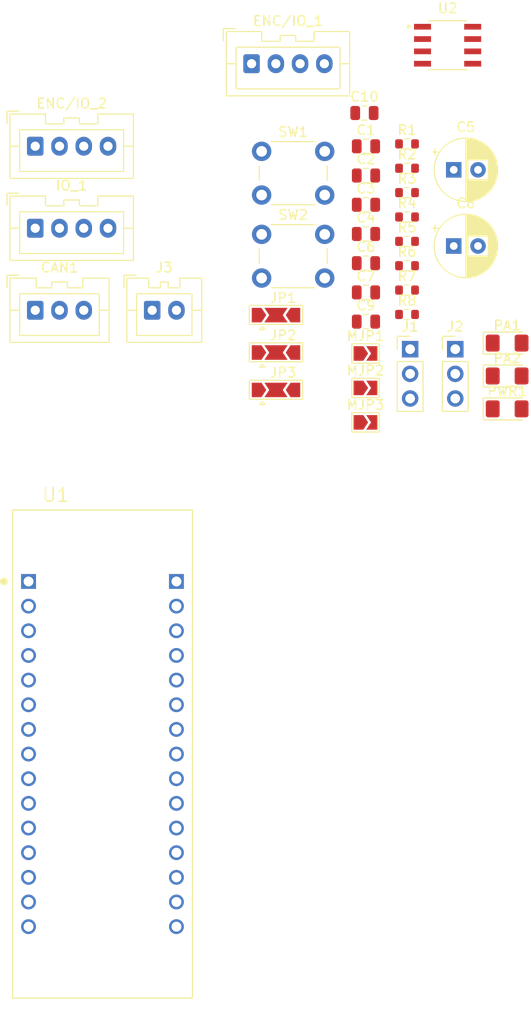
<source format=kicad_pcb>
(kicad_pcb (version 20221018) (generator pcbnew)
  (layers (0 "F.Cu" signal) (31 "B.Cu" signal) (34 "B.Paste" user) (35 "F.Paste" user) (36 "B.SilkS" user "B.Silkscreen") (37 "F.SilkS" user "F.Silkscreen") (38 "B.Mask" user) (39 "F.Mask" user) (44 "Edge.Cuts" user))
  (net 0 "")
  (net 1 "+3V3")
  (net 2 "GND")
  (net 3 "+5V")
  (net 4 "Net-(TB67H303HG1-VREG)")
  (net 5 "PWR")
  (net 6 "Net-(TB67H303HG2-VREG)")
  (net 7 "Net-(J1-Pin_3)")
  (net 8 "Net-(ENC/IO_1-Pin_2)")
  (net 9 "Net-(ENC/IO_2-Pin_2)")
  (net 10 "Net-(IO_1-Pin_2)")
  (net 11 "Net-(TB67H303HG1-STBY)")
  (net 12 "Net-(TB67H303HG2-STBY)")
  (net 13 "Net-(PA1-K)")
  (net 14 "Net-(ENC/IO_2-Pin_4)")
  (net 15 "Net-(PA2-K)")
  (net 16 "Net-(ENC/IO_2-Pin_3)")
  (net 17 "Net-(PWR1-K)")
  (net 18 "Net-(TB67H303HG1-OSC)")
  (net 19 "Net-(TB67H303HG2-OSC)")
  (net 22 "Net-(ENC/IO_1-Pin_3)")
  (net 23 "Net-(ENC/IO_1-Pin_4)")
  (net 24 "Net-(IO_1-Pin_3)")
  (net 25 "Net-(U1A-PF1)")
  (net 26 "Net-(U1A-NRST_1)")
  (net 27 "Net-(TB67H303HG2-PWM)")
  (net 31 "Net-(TB67H303HG2-IN2)")
  (net 32 "Net-(TB67H303HG2-IN1)")
  (net 33 "Net-(TB67H303HG1-IN2)")
  (net 34 "Net-(U1B-PA4)")
  (net 35 "Net-(SW3-B)")
  (net 36 "Net-(U1B-PA3)")
  (net 37 "Net-(TB67H303HG1-PWM)")
  (net 39 "Net-(U1A-PB5)")
  (net 40 "Net-(U1A-PB4)")
  (net 41 "Net-(U1B-PB3)")
  (net 44 "Net-(U2-CANL)")
  (net 45 "Net-(U2-CANH)")
  (net 46 "Net-(U1A-PA12)")
  (net 47 "Net-(U1A-PA11)")
  (footprint "LED_SMD:LED_1206_3216Metric_Pad1.42x1.75mm_HandSolder" (layer "F.Cu") (at 178.8525 51.64)
    (fp_text reference "PA1" (at 0 -1.82) (layer "F.SilkS"))
    (fp_text value "LED")
    (pad "1" smd roundrect (at -1.4875 0) (size 1.425 1.75) (layers "F.Cu" "F.Paste" "F.Mask") (roundrect_rratio 0.175439) (net 13 "Net-(PA1-K)"))
    (pad "2" smd roundrect (at 1.4875 0) (size 1.425 1.75) (layers "F.Cu" "F.Paste" "F.Mask") (roundrect_rratio 0.175439) (net 14 "Net-(ENC/IO_2-Pin_4)"))
  )
  (footprint "Resistor_SMD:R_0603_1608Metric" (layer "F.Cu") (at 168.5375 38.65)
    (fp_text reference "R4" (at 0 -1.43) (layer "F.SilkS"))
    (fp_text value "3.3k")
    (pad "1" smd roundrect (at -0.825 0) (size 0.8 0.95) (layers "F.Cu" "F.Paste" "F.Mask") (net 2 "GND"))
    (pad "2" smd roundrect (at 0.825 0) (size 0.8 0.95) (layers "F.Cu" "F.Paste" "F.Mask") (net 17 "Net-(PWR1-K)"))
  )
  (footprint "Resistor_SMD:R_0603_1608Metric" (layer "F.Cu") (at 168.5375 46.18)
    (fp_text reference "R7" (at 0 -1.43) (layer "F.SilkS"))
    (fp_text value "10kΩ")
    (pad "1" smd roundrect (at -0.825 0) (size 0.8 0.95) (layers "F.Cu" "F.Paste" "F.Mask") (net 2 "GND"))
    (pad "2" smd roundrect (at 0.825 0) (size 0.8 0.95) (layers "F.Cu" "F.Paste" "F.Mask") (net 12 "Net-(TB67H303HG2-STBY)"))
  )
  (footprint "Connector_JST:JST_XA_B04B-XASK-1_1x04_P2.50mm_Vertical" (layer "F.Cu") (at 130.23 31.36)
    (fp_text reference "ENC/IO_2" (at 3.75 -4.4) (layer "F.SilkS"))
    (fp_text value "Conn_01x04")
    (pad "1" thru_hole roundrect (at 0 0) (size 1.7 1.95) (drill 0.95) (layers "*.Cu" "*.Mask") (roundrect_rratio 0.147059) (net 2 "GND"))
    (pad "2" thru_hole oval (at 2.5 0) (size 1.7 1.95) (drill 0.95) (layers "*.Cu" "*.Mask") (net 9 "Net-(ENC/IO_2-Pin_2)"))
    (pad "3" thru_hole oval (at 5 0) (size 1.7 1.95) (drill 0.95) (layers "*.Cu" "*.Mask") (net 16 "Net-(ENC/IO_2-Pin_3)"))
    (pad "4" thru_hole oval (at 7.5 0) (size 1.7 1.95) (drill 0.95) (layers "*.Cu" "*.Mask") (net 14 "Net-(ENC/IO_2-Pin_4)"))
  )
  (footprint "Jumper:SolderJumper-2_P1.3mm_Open_TrianglePad1.0x1.5mm" (layer "F.Cu") (at 164.2575 52.71)
    (fp_text reference "MJP1" (at 0 -1.8) (layer "F.SilkS"))
    (fp_text value "Jumper")
    (pad "1" smd custom (at -0.725 0) (size 0.3 0.3) (layers "F.Cu" "F.Mask") (net 11 "Net-(TB67H303HG1-STBY)") (options (clearance outline) (anchor rect)) (primitives (gr_poly (pts (xy 1 0) (xy 0.5 0.75) (xy -0.5 0.75) (xy -0.5 -0.75) (xy 0.5 -0.75)) (width 0) (fill yes))))
    (pad "2" smd custom (at 0.725 0) (size 0.3 0.3) (layers "F.Cu" "F.Mask") (net 1 "+3V3") (options (clearance outline) (anchor rect)) (primitives (gr_poly (pts (xy 0.5 0.75) (xy -0.65 0.75) (xy -0.15 0) (xy -0.65 -0.75) (xy 0.5 -0.75)) (width 0) (fill yes))))
  )
  (footprint "LED_SMD:LED_1206_3216Metric_Pad1.42x1.75mm_HandSolder" (layer "F.Cu") (at 178.8525 58.42)
    (fp_text reference "PWR1" (at 0 -1.82) (layer "F.SilkS"))
    (fp_text value "PWR")
    (pad "1" smd roundrect (at -1.4875 0) (size 1.425 1.75) (layers "F.Cu" "F.Paste" "F.Mask") (roundrect_rratio 0.175439) (net 17 "Net-(PWR1-K)"))
    (pad "2" smd roundrect (at 1.4875 0) (size 1.425 1.75) (layers "F.Cu" "F.Paste" "F.Mask") (roundrect_rratio 0.175439) (net 1 "+3V3"))
  )
  (footprint "Capacitor_THT:CP_Radial_D6.3mm_P2.50mm" (layer "F.Cu") (at 173.352741 33.79)
    (fp_text reference "C5" (at 1.25 -4.4) (layer "F.SilkS"))
    (fp_text value "47μF")
    (pad "1" thru_hole rect (at 0 0) (size 1.6 1.6) (drill 0.8) (layers "*.Cu" "*.Mask") (net 5 "PWR"))
    (pad "2" thru_hole circle (at 2.5 0) (size 1.6 1.6) (drill 0.8) (layers "*.Cu" "*.Mask") (net 2 "GND"))
  )
  (footprint "Connector_JST:JST_XA_B04B-XASK-1_1x04_P2.50mm_Vertical" (layer "F.Cu") (at 152.52 22.86)
    (fp_text reference "ENC/IO_1" (at 3.75 -4.4) (layer "F.SilkS"))
    (fp_text value "Conn_01x04")
    (pad "1" thru_hole roundrect (at 0 0) (size 1.7 1.95) (drill 0.95) (layers "*.Cu" "*.Mask") (roundrect_rratio 0.147059) (net 2 "GND"))
    (pad "2" thru_hole oval (at 2.5 0) (size 1.7 1.95) (drill 0.95) (layers "*.Cu" "*.Mask") (net 8 "Net-(ENC/IO_1-Pin_2)"))
    (pad "3" thru_hole oval (at 5 0) (size 1.7 1.95) (drill 0.95) (layers "*.Cu" "*.Mask") (net 22 "Net-(ENC/IO_1-Pin_3)"))
    (pad "4" thru_hole oval (at 7.5 0) (size 1.7 1.95) (drill 0.95) (layers "*.Cu" "*.Mask") (net 23 "Net-(ENC/IO_1-Pin_4)"))
  )
  (footprint "Jumper:SolderJumper-2_P1.3mm_Open_TrianglePad1.0x1.5mm" (layer "F.Cu") (at 164.2575 59.81)
    (fp_text reference "MJP3" (at 0 -1.8) (layer "F.SilkS"))
    (fp_text value "Jumper")
    (pad "1" smd custom (at -0.725 0) (size 0.3 0.3) (layers "F.Cu" "F.Mask") (net 3 "+5V") (options (clearance outline) (anchor rect)) (primitives (gr_poly (pts (xy 1 0) (xy 0.5 0.75) (xy -0.5 0.75) (xy -0.5 -0.75) (xy 0.5 -0.75)) (width 0) (fill yes))))
    (pad "2" smd custom (at 0.725 0) (size 0.3 0.3) (layers "F.Cu" "F.Mask") (options (clearance outline) (anchor rect)) (primitives (gr_poly (pts (xy 0.5 0.75) (xy -0.65 0.75) (xy -0.15 0) (xy -0.65 -0.75) (xy 0.5 -0.75)) (width 0) (fill yes))))
  )
  (footprint "Jumper:SolderJumper-3_P2.0mm_Open_TrianglePad1.0x1.5mm" (layer "F.Cu") (at 155.0375 52.615)
    (fp_text reference "JP2" (at 0.725 -1.775) (layer "F.SilkS"))
    (fp_text value "Jumper_NC_Dual")
    (pad "1" smd custom (at -2 0) (size 0.3 0.3) (layers "F.Cu" "F.Mask") (net 1 "+3V3") (options (clearance outline) (anchor rect)) (primitives (gr_poly (pts (xy 1 0) (xy 0.5 0.75) (xy -0.5 0.75) (xy -0.5 -0.75) (xy 0.5 -0.75)) (width 0) (fill yes))))
    (pad "2" smd custom (at 0 0) (size 0.3 0.3) (layers "F.Cu") (net 9 "Net-(ENC/IO_2-Pin_2)") (options (clearance outline) (anchor rect)) (primitives (gr_poly (pts (xy 0.7 0) (xy 1.2 0.75) (xy -1.2 0.75) (xy -0.7 0) (xy -1.2 -0.75) (xy 1.2 -0.75)) (width 0) (fill yes))))
    (pad "3" smd custom (at 2 0 180) (size 0.3 0.3) (layers "F.Cu" "F.Mask") (net 3 "+5V") (options (clearance outline) (anchor rect)) (primitives (gr_poly (pts (xy 1 0) (xy 0.5 0.75) (xy -0.5 0.75) (xy -0.5 -0.75) (xy 0.5 -0.75)) (width 0) (fill yes))))
  )
  (footprint "Jumper:SolderJumper-2_P1.3mm_Open_TrianglePad1.0x1.5mm" (layer "F.Cu") (at 164.2575 56.26)
    (fp_text reference "MJP2" (at 0 -1.8) (layer "F.SilkS"))
    (fp_text value "Jumper")
    (pad "1" smd custom (at -0.725 0) (size 0.3 0.3) (layers "F.Cu" "F.Mask") (net 12 "Net-(TB67H303HG2-STBY)") (options (clearance outline) (anchor rect)) (primitives (gr_poly (pts (xy 1 0) (xy 0.5 0.75) (xy -0.5 0.75) (xy -0.5 -0.75) (xy 0.5 -0.75)) (width 0) (fill yes))))
    (pad "2" smd custom (at 0.725 0) (size 0.3 0.3) (layers "F.Cu" "F.Mask") (net 1 "+3V3") (options (clearance outline) (anchor rect)) (primitives (gr_poly (pts (xy 0.5 0.75) (xy -0.65 0.75) (xy -0.15 0) (xy -0.65 -0.75) (xy 0.5 -0.75)) (width 0) (fill yes))))
  )
  (footprint "NUCLEO-F303K8:MODULE_NUCLEO-F303K8" (layer "F.Cu") (at 137.16 93.98)
    (fp_text reference "U1" (at -4.81314 -26.68421) (layer "F.SilkS") (effects (font (size 1.402378 1.402378))))
    (fp_text value "NUCLEO-F303K8")
    (pad "3_1" thru_hole rect (at -7.62 -17.78) (size 1.53 1.53) (drill 1.02) (layers "*.Cu" "*.Mask") (net 27 "Net-(TB67H303HG2-PWM)"))
    (pad "3_2" thru_hole circle (at -7.62 -15.24) (size 1.53 1.53) (drill 1.02) (layers "*.Cu" "*.Mask"))
    (pad "3_3" thru_hole circle (at -7.62 -12.7) (size 1.53 1.53) (drill 1.02) (layers "*.Cu" "*.Mask") (net 26 "Net-(U1A-NRST_1)"))
    (pad "3_4" thru_hole circle (at -7.62 -10.16) (size 1.53 1.53) (drill 1.02) (layers "*.Cu" "*.Mask") (net 2 "GND"))
    (pad "3_5" thru_hole circle (at -7.62 -7.62) (size 1.53 1.53) (drill 1.02) (layers "*.Cu" "*.Mask") (net 46 "Net-(U1A-PA12)"))
    (pad "3_6" thru_hole circle (at -7.62 -5.08) (size 1.53 1.53) (drill 1.02) (layers "*.Cu" "*.Mask") (net 7 "Net-(J1-Pin_3)"))
    (pad "3_7" thru_hole circle (at -7.62 -2.54) (size 1.53 1.53) (drill 1.02) (layers "*.Cu" "*.Mask") (net 31 "Net-(TB67H303HG2-IN2)"))
    (pad "3_8" thru_hole circle (at -7.62 0) (size 1.53 1.53) (drill 1.02) (layers "*.Cu" "*.Mask") (net 32 "Net-(TB67H303HG2-IN1)"))
    (pad "3_9" thru_hole circle (at -7.62 2.54) (size 1.53 1.53) (drill 1.02) (layers "*.Cu" "*.Mask") (net 33 "Net-(TB67H303HG1-IN2)"))
    (pad "3_10" thru_hole circle (at -7.62 5.08) (size 1.53 1.53) (drill 1.02) (layers "*.Cu" "*.Mask") (net 35 "Net-(SW3-B)"))
    (pad "3_11" thru_hole circle (at -7.62 7.62) (size 1.53 1.53) (drill 1.02) (layers "*.Cu" "*.Mask") (net 25 "Net-(U1A-PF1)"))
    (pad "3_12" thru_hole circle (at -7.62 10.16) (size 1.53 1.53) (drill 1.02) (layers "*.Cu" "*.Mask") (net 37 "Net-(TB67H303HG1-PWM)"))
    (pad "3_13" thru_hole circle (at -7.62 12.7) (size 1.53 1.53) (drill 1.02) (layers "*.Cu" "*.Mask") (net 47 "Net-(U1A-PA11)"))
    (pad "3_14" thru_hole circle (at -7.62 15.24) (size 1.53 1.53) (drill 1.02) (layers "*.Cu" "*.Mask") (net 39 "Net-(U1A-PB5)"))
    (pad "3_15" thru_hole circle (at -7.62 17.78) (size 1.53 1.53) (drill 1.02) (layers "*.Cu" "*.Mask") (net 40 "Net-(U1A-PB4)"))
    (pad "4_1" thru_hole rect (at 7.62 -17.78) (size 1.53 1.53) (drill 1.02) (layers "*.Cu" "*.Mask") (net 3 "+5V"))
    (pad "4_2" thru_hole circle (at 7.62 -15.24) (size 1.53 1.53) (drill 1.02) (layers "*.Cu" "*.Mask") (net 2 "GND"))
    (pad "4_3" thru_hole circle (at 7.62 -12.7) (size 1.53 1.53) (drill 1.02) (layers "*.Cu" "*.Mask"))
    (pad "4_4" thru_hole circle (at 7.62 -10.16) (size 1.53 1.53) (drill 1.02) (layers "*.Cu" "*.Mask") (net 3 "+5V"))
    (pad "4_5" thru_hole circle (at 7.62 -7.62) (size 1.53 1.53) (drill 1.02) (layers "*.Cu" "*.Mask"))
    (pad "4_6" thru_hole circle (at 7.62 -5.08) (size 1.53 1.53) (drill 1.02) (layers "*.Cu" "*.Mask") (net 14 "Net-(ENC/IO_2-Pin_4)"))
    (pad "4_7" thru_hole circle (at 7.62 -2.54) (size 1.53 1.53) (drill 1.02) (layers "*.Cu" "*.Mask") (net 16 "Net-(ENC/IO_2-Pin_3)"))
    (pad "4_8" thru_hole circle (at 7.62 0) (size 1.53 1.53) (drill 1.02) (layers "*.Cu" "*.Mask") (net 24 "Net-(IO_1-Pin_3)"))
    (pad "4_9" thru_hole circle (at 7.62 2.54) (size 1.53 1.53) (drill 1.02) (layers "*.Cu" "*.Mask") (net 34 "Net-(U1B-PA4)"))
    (pad "4_10" thru_hole circle (at 7.62 5.08) (size 1.53 1.53) (drill 1.02) (layers "*.Cu" "*.Mask") (net 36 "Net-(U1B-PA3)"))
    (pad "4_11" thru_hole circle (at 7.62 7.62) (size 1.53 1.53) (drill 1.02) (layers "*.Cu" "*.Mask") (net 23 "Net-(ENC/IO_1-Pin_4)"))
    (pad "4_12" thru_hole circle (at 7.62 10.16) (size 1.53 1.53) (drill 1.02) (layers "*.Cu" "*.Mask") (net 22 "Net-(ENC/IO_1-Pin_3)"))
    (pad "4_13" thru_hole circle (at 7.62 12.7) (size 1.53 1.53) (drill 1.02) (layers "*.Cu" "*.Mask"))
    (pad "4_14" thru_hole circle (at 7.62 15.24) (size 1.53 1.53) (drill 1.02) (layers "*.Cu" "*.Mask") (net 1 "+3V3"))
    (pad "4_15" thru_hole circle (at 7.62 17.78) (size 1.53 1.53) (drill 1.02) (layers "*.Cu" "*.Mask") (net 41 "Net-(U1B-PB3)"))
  )
  (footprint "Capacitor_SMD:C_0805_2012Metric" (layer "F.Cu") (at 164.3075 43.41)
    (fp_text reference "C6" (at 0 -1.68) (layer "F.SilkS"))
    (fp_text value "0.1uF")
    (pad "1" smd roundrect (at -0.95 0) (size 1 1.45) (layers "F.Cu" "F.Paste" "F.Mask") (net 6 "Net-(TB67H303HG2-VREG)"))
    (pad "2" smd roundrect (at 0.95 0) (size 1 1.45) (layers "F.Cu" "F.Paste" "F.Mask") (net 2 "GND"))
  )
  (footprint "Resistor_SMD:R_0603_1608Metric" (layer "F.Cu") (at 168.5375 33.63)
    (fp_text reference "R2" (at 0 -1.43) (layer "F.SilkS"))
    (fp_text value "10kΩ")
    (pad "1" smd roundrect (at -0.825 0) (size 0.8 0.95) (layers "F.Cu" "F.Paste" "F.Mask") (net 2 "GND"))
    (pad "2" smd roundrect (at 0.825 0) (size 0.8 0.95) (layers "F.Cu" "F.Paste" "F.Mask") (net 11 "Net-(TB67H303HG1-STBY)"))
  )
  (footprint "Resistor_SMD:R_0603_1608Metric" (layer "F.Cu") (at 168.5375 48.69)
    (fp_text reference "R8" (at 0 -1.43) (layer "F.SilkS"))
    (fp_text value "51kΩ")
    (pad "1" smd roundrect (at -0.825 0) (size 0.8 0.95) (layers "F.Cu" "F.Paste" "F.Mask") (net 2 "GND"))
    (pad "2" smd roundrect (at 0.825 0) (size 0.8 0.95) (layers "F.Cu" "F.Paste" "F.Mask") (net 19 "Net-(TB67H303HG2-OSC)"))
  )
  (footprint "Button_Switch_THT:SW_PUSH_6mm_H4.3mm" (layer "F.Cu") (at 153.5575 31.89)
    (fp_text reference "SW1" (at 3.25 -2) (layer "F.SilkS"))
    (fp_text value "PF1")
    (pad "1" thru_hole circle (at 0 0 90) (size 2 2) (drill 1.1) (layers "*.Cu" "*.Mask") (net 2 "GND"))
    (pad "1" thru_hole circle (at 6.5 0 90) (size 2 2) (drill 1.1) (layers "*.Cu" "*.Mask") (net 2 "GND"))
    (pad "2" thru_hole circle (at 0 4.5 90) (size 2 2) (drill 1.1) (layers "*.Cu" "*.Mask") (net 25 "Net-(U1A-PF1)"))
    (pad "2" thru_hole circle (at 6.5 4.5 90) (size 2 2) (drill 1.1) (layers "*.Cu" "*.Mask") (net 25 "Net-(U1A-PF1)"))
  )
  (footprint "Capacitor_SMD:C_0805_2012Metric" (layer "F.Cu") (at 164.15 27.94)
    (fp_text reference "C10" (at 0 -1.68) (layer "F.SilkS"))
    (fp_text value "0.1μF")
    (pad "1" smd roundrect (at -0.95 0) (size 1 1.45) (layers "F.Cu" "F.Paste" "F.Mask") (net 3 "+5V"))
    (pad "2" smd roundrect (at 0.95 0) (size 1 1.45) (layers "F.Cu" "F.Paste" "F.Mask") (net 2 "GND"))
  )
  (footprint "LED_SMD:LED_1206_3216Metric_Pad1.42x1.75mm_HandSolder" (layer "F.Cu") (at 178.8525 55.03)
    (fp_text reference "PA2" (at 0 -1.82) (layer "F.SilkS"))
    (fp_text value "LED")
    (pad "1" smd roundrect (at -1.4875 0) (size 1.425 1.75) (layers "F.Cu" "F.Paste" "F.Mask") (roundrect_rratio 0.175439) (net 15 "Net-(PA2-K)"))
    (pad "2" smd roundrect (at 1.4875 0) (size 1.425 1.75) (layers "F.Cu" "F.Paste" "F.Mask") (roundrect_rratio 0.175439) (net 16 "Net-(ENC/IO_2-Pin_3)"))
  )
  (footprint "Jumper:SolderJumper-3_P2.0mm_Open_TrianglePad1.0x1.5mm" (layer "F.Cu") (at 155.0375 48.76)
    (fp_text reference "JP1" (at 0.725 -1.775) (layer "F.SilkS"))
    (fp_text value "Jumper_NC_Dual")
    (pad "1" smd custom (at -2 0) (size 0.3 0.3) (layers "F.Cu" "F.Mask") (net 1 "+3V3") (options (clearance outline) (anchor rect)) (primitives (gr_poly (pts (xy 1 0) (xy 0.5 0.75) (xy -0.5 0.75) (xy -0.5 -0.75) (xy 0.5 -0.75)) (width 0) (fill yes))))
    (pad "2" smd custom (at 0 0) (size 0.3 0.3) (layers "F.Cu") (net 8 "Net-(ENC/IO_1-Pin_2)") (options (clearance outline) (anchor rect)) (primitives (gr_poly (pts (xy 0.7 0) (xy 1.2 0.75) (xy -1.2 0.75) (xy -0.7 0) (xy -1.2 -0.75) (xy 1.2 -0.75)) (width 0) (fill yes))))
    (pad "3" smd custom (at 2 0 180) (size 0.3 0.3) (layers "F.Cu" "F.Mask") (net 3 "+5V") (options (clearance outline) (anchor rect)) (primitives (gr_poly (pts (xy 1 0) (xy 0.5 0.75) (xy -0.5 0.75) (xy -0.5 -0.75) (xy 0.5 -0.75)) (width 0) (fill yes))))
  )
  (footprint "Capacitor_SMD:C_0805_2012Metric" (layer "F.Cu") (at 164.3075 49.43)
    (fp_text reference "C9" (at 0 -1.68) (layer "F.SilkS"))
    (fp_text value "4.7μF")
    (pad "1" smd roundrect (at -0.95 0) (size 1 1.45) (layers "F.Cu" "F.Paste" "F.Mask") (net 3 "+5V"))
    (pad "2" smd roundrect (at 0.95 0) (size 1 1.45) (layers "F.Cu" "F.Paste" "F.Mask") (net 2 "GND"))
  )
  (footprint "Connector_PinHeader_2.54mm:PinHeader_1x03_P2.54mm_Vertical" (layer "F.Cu") (at 168.8575 52.27)
    (fp_text reference "J1" (at 0 -2.33) (layer "F.SilkS"))
    (fp_text value "PB0")
    (pad "1" thru_hole rect (at 0 0) (size 1.7 1.7) (drill 1) (layers "*.Cu" "*.Mask") (net 2 "GND"))
    (pad "2" thru_hole oval (at 0 2.54) (size 1.7 1.7) (drill 1) (layers "*.Cu" "*.Mask") (net 5 "PWR"))
    (pad "3" thru_hole oval (at 0 5.08) (size 1.7 1.7) (drill 1) (layers "*.Cu" "*.Mask") (net 7 "Net-(J1-Pin_3)"))
  )
  (footprint "Connector_JST:JST_XA_B03B-XASK-1_1x03_P2.50mm_Vertical" (layer "F.Cu") (at 130.23 48.26)
    (fp_text reference "CAN1" (at 2.5 -4.4) (layer "F.SilkS"))
    (fp_text value "CAN")
    (pad "1" thru_hole roundrect (at 0 0) (size 1.7 1.95) (drill 0.95) (layers "*.Cu" "*.Mask") (roundrect_rratio 0.147059) (net 2 "GND"))
    (pad "2" thru_hole oval (at 2.5 0) (size 1.7 1.95) (drill 0.95) (layers "*.Cu" "*.Mask"))
    (pad "3" thru_hole oval (at 5 0) (size 1.7 1.95) (drill 0.95) (layers "*.Cu" "*.Mask"))
  )
  (footprint "Resistor_SMD:R_0603_1608Metric" (layer "F.Cu") (at 168.5375 41.16)
    (fp_text reference "R5" (at 0 -1.43) (layer "F.SilkS"))
    (fp_text value "3.3k")
    (pad "1" smd roundrect (at -0.825 0) (size 0.8 0.95) (layers "F.Cu" "F.Paste" "F.Mask") (net 2 "GND"))
    (pad "2" smd roundrect (at 0.825 0) (size 0.8 0.95) (layers "F.Cu" "F.Paste" "F.Mask") (net 13 "Net-(PA1-K)"))
  )
  (footprint "Resistor_SMD:R_0603_1608Metric" (layer "F.Cu") (at 168.5375 43.67)
    (fp_text reference "R6" (at 0 -1.43) (layer "F.SilkS"))
    (fp_text value "3.3k")
    (pad "1" smd roundrect (at -0.825 0) (size 0.8 0.95) (layers "F.Cu" "F.Paste" "F.Mask") (net 2 "GND"))
    (pad "2" smd roundrect (at 0.825 0) (size 0.8 0.95) (layers "F.Cu" "F.Paste" "F.Mask") (net 15 "Net-(PA2-K)"))
  )
  (footprint "Jumper:SolderJumper-3_P2.0mm_Open_TrianglePad1.0x1.5mm" (layer "F.Cu") (at 155.0375 56.47)
    (fp_text reference "JP3" (at 0.725 -1.775) (layer "F.SilkS"))
    (fp_text value "Jumper_NC_Dual")
    (pad "1" smd custom (at -2 0) (size 0.3 0.3) (layers "F.Cu" "F.Mask") (net 1 "+3V3") (options (clearance outline) (anchor rect)) (primitives (gr_poly (pts (xy 1 0) (xy 0.5 0.75) (xy -0.5 0.75) (xy -0.5 -0.75) (xy 0.5 -0.75)) (width 0) (fill yes))))
    (pad "2" smd custom (at 0 0) (size 0.3 0.3) (layers "F.Cu") (net 10 "Net-(IO_1-Pin_2)") (options (clearance outline) (anchor rect)) (primitives (gr_poly (pts (xy 0.7 0) (xy 1.2 0.75) (xy -1.2 0.75) (xy -0.7 0) (xy -1.2 -0.75) (xy 1.2 -0.75)) (width 0) (fill yes))))
    (pad "3" smd custom (at 2 0 180) (size 0.3 0.3) (layers "F.Cu" "F.Mask") (net 3 "+5V") (options (clearance outline) (anchor rect)) (primitives (gr_poly (pts (xy 1 0) (xy 0.5 0.75) (xy -0.5 0.75) (xy -0.5 -0.75) (xy 0.5 -0.75)) (width 0) (fill yes))))
  )
  (footprint "Capacitor_SMD:C_0805_2012Metric" (layer "F.Cu") (at 164.3075 34.38)
    (fp_text reference "C2" (at 0 -1.68) (layer "F.SilkS"))
    (fp_text value "0.1μF")
    (pad "1" smd roundrect (at -0.95 0) (size 1 1.45) (layers "F.Cu" "F.Paste" "F.Mask") (net 3 "+5V"))
    (pad "2" smd roundrect (at 0.95 0) (size 1 1.45) (layers "F.Cu" "F.Paste" "F.Mask") (net 2 "GND"))
  )
  (footprint "Button_Switch_THT:SW_PUSH_6mm_H4.3mm" (layer "F.Cu") (at 153.5575 40.44)
    (fp_text reference "SW2" (at 3.25 -2) (layer "F.SilkS"))
    (fp_text value "RESET")
    (pad "1" thru_hole circle (at 0 0 90) (size 2 2) (drill 1.1) (layers "*.Cu" "*.Mask") (net 2 "GND"))
    (pad "1" thru_hole circle (at 6.5 0 90) (size 2 2) (drill 1.1) (layers "*.Cu" "*.Mask") (net 2 "GND"))
    (pad "2" thru_hole circle (at 0 4.5 90) (size 2 2) (drill 1.1) (layers "*.Cu" "*.Mask") (net 26 "Net-(U1A-NRST_1)"))
    (pad "2" thru_hole circle (at 6.5 4.5 90) (size 2 2) (drill 1.1) (layers "*.Cu" "*.Mask") (net 26 "Net-(U1A-NRST_1)"))
  )
  (footprint "SOIC127P600X175-8N:SOIC127P600X175-8N" (layer "F.Cu") (at 172.72 20.955)
    (fp_text reference "U2" (at 0 -3.81) (layer "F.SilkS"))
    (fp_text value "~")
    (pad "1" smd rect (at -2.585 -1.905) (size 1.75 0.59) (layers "F.Cu" "F.Paste" "F.Mask") (net 46 "Net-(U1A-PA12)"))
    (pad "2" smd rect (at -2.585 -0.635) (size 1.75 0.59) (layers "F.Cu" "F.Paste" "F.Mask") (net 2 "GND"))
    (pad "3" smd rect (at -2.585 0.635) (size 1.75 0.59) (layers "F.Cu" "F.Paste" "F.Mask") (net 3 "+5V"))
    (pad "4" smd rect (at -2.585 1.905) (size 1.75 0.59) (layers "F.Cu" "F.Paste" "F.Mask") (net 47 "Net-(U1A-PA11)"))
    (pad "5" smd rect (at 2.585 1.905) (size 1.75 0.59) (layers "F.Cu" "F.Paste" "F.Mask") (net 1 "+3V3"))
    (pad "6" smd rect (at 2.585 0.635) (size 1.75 0.59) (layers "F.Cu" "F.Paste" "F.Mask") (net 44 "Net-(U2-CANL)"))
    (pad "7" smd rect (at 2.585 -0.635) (size 1.75 0.59) (layers "F.Cu" "F.Paste" "F.Mask") (net 45 "Net-(U2-CANH)"))
    (pad "8" smd rect (at 2.585 -1.905) (size 1.75 0.59) (layers "F.Cu" "F.Paste" "F.Mask"))
  )
  (footprint "Connector_JST:JST_XA_B04B-XASK-1_1x04_P2.50mm_Vertical" (layer "F.Cu") (at 130.23 39.81)
    (fp_text reference "IO_1" (at 3.75 -4.4) (layer "F.SilkS"))
    (fp_text value "Conn_01x04")
    (pad "1" thru_hole roundrect (at 0 0) (size 1.7 1.95) (drill 0.95) (layers "*.Cu" "*.Mask") (roundrect_rratio 0.147059) (net 2 "GND"))
    (pad "2" thru_hole oval (at 2.5 0) (size 1.7 1.95) (drill 0.95) (layers "*.Cu" "*.Mask") (net 10 "Net-(IO_1-Pin_2)"))
    (pad "3" thru_hole oval (at 5 0) (size 1.7 1.95) (drill 0.95) (layers "*.Cu" "*.Mask") (net 24 "Net-(IO_1-Pin_3)"))
    (pad "4" thru_hole oval (at 7.5 0) (size 1.7 1.95) (drill 0.95) (layers "*.Cu" "*.Mask") (net 16 "Net-(ENC/IO_2-Pin_3)"))
  )
  (footprint "Capacitor_SMD:C_0805_2012Metric" (layer "F.Cu") (at 164.3075 31.37)
    (fp_text reference "C1" (at 0 -1.68) (layer "F.SilkS"))
    (fp_text value "0.1μF")
    (pad "1" smd roundrect (at -0.95 0) (size 1 1.45) (layers "F.Cu" "F.Paste" "F.Mask") (net 1 "+3V3"))
    (pad "2" smd roundrect (at 0.95 0) (size 1 1.45) (layers "F.Cu" "F.Paste" "F.Mask") (net 2 "GND"))
  )
  (footprint "Resistor_SMD:R_0603_1608Metric" (layer "F.Cu") (at 168.5375 36.14)
    (fp_text reference "R3" (at 0 -1.43) (layer "F.SilkS"))
    (fp_text value "51kΩ")
    (pad "1" smd roundrect (at -0.825 0) (size 0.8 0.95) (layers "F.Cu" "F.Paste" "F.Mask") (net 2 "GND"))
    (pad "2" smd roundrect (at 0.825 0) (size 0.8 0.95) (layers "F.Cu" "F.Paste" "F.Mask") (net 18 "Net-(TB67H303HG1-OSC)"))
  )
  (footprint "Capacitor_SMD:C_0805_2012Metric" (layer "F.Cu") (at 164.3075 37.39)
    (fp_text reference "C3" (at 0 -1.68) (layer "F.SilkS"))
    (fp_text value "0.1uF")
    (pad "1" smd roundrect (at -0.95 0) (size 1 1.45) (layers "F.Cu" "F.Paste" "F.Mask") (net 4 "Net-(TB67H303HG1-VREG)"))
    (pad "2" smd roundrect (at 0.95 0) (size 1 1.45) (layers "F.Cu" "F.Paste" "F.Mask") (net 2 "GND"))
  )
  (footprint "Capacitor_SMD:C_0805_2012Metric" (layer "F.Cu") (at 164.3075 46.42)
    (fp_text reference "C7" (at 0 -1.68) (layer "F.SilkS"))
    (fp_text value "0.1μF")
    (pad "1" smd roundrect (at -0.95 0) (size 1 1.45) (layers "F.Cu" "F.Paste" "F.Mask") (net 5 "PWR"))
    (pad "2" smd roundrect (at 0.95 0) (size 1 1.45) (layers "F.Cu" "F.Paste" "F.Mask") (net 2 "GND"))
  )
  (footprint "Capacitor_THT:CP_Radial_D6.3mm_P2.50mm" (layer "F.Cu") (at 173.352741 41.64)
    (fp_text reference "C8" (at 1.25 -4.4) (layer "F.SilkS"))
    (fp_text value "47μF")
    (pad "1" thru_hole rect (at 0 0) (size 1.6 1.6) (drill 0.8) (layers "*.Cu" "*.Mask") (net 5 "PWR"))
    (pad "2" thru_hole circle (at 2.5 0) (size 1.6 1.6) (drill 0.8) (layers "*.Cu" "*.Mask") (net 2 "GND"))
  )
  (footprint "Capacitor_SMD:C_0805_2012Metric" (layer "F.Cu") (at 164.3075 40.4)
    (fp_text reference "C4" (at 0 -1.68) (layer "F.SilkS"))
    (fp_text value "0.1μF")
    (pad "1" smd roundrect (at -0.95 0) (size 1 1.45) (layers "F.Cu" "F.Paste" "F.Mask") (net 5 "PWR"))
    (pad "2" smd roundrect (at 0.95 0) (size 1 1.45) (layers "F.Cu" "F.Paste" "F.Mask") (net 2 "GND"))
  )
  (footprint "Connector_JST:JST_XA_B02B-XASK-1_1x02_P2.50mm_Vertical" (layer "F.Cu") (at 142.28 48.26)
    (fp_text reference "J3" (at 1.25 -4.4) (layer "F.SilkS"))
    (fp_text value "Conn_01x02_Male")
    (pad "1" thru_hole roundrect (at 0 0) (size 1.7 1.95) (drill 0.95) (layers "*.Cu" "*.Mask") (roundrect_rratio 0.147059) (net 5 "PWR"))
    (pad "2" thru_hole oval (at 2.5 0) (size 1.7 1.95) (drill 0.95) (layers "*.Cu" "*.Mask") (net 2 "GND"))
  )
  (footprint "Connector_PinHeader_2.54mm:PinHeader_1x03_P2.54mm_Vertical" (layer "F.Cu") (at 173.5075 52.27)
    (fp_text reference "J2" (at 0 -2.33) (layer "F.SilkS"))
    (fp_text value "PA10")
    (pad "1" thru_hole rect (at 0 0) (size 1.7 1.7) (drill 1) (layers "*.Cu" "*.Mask") (net 2 "GND"))
    (pad "2" thru_hole oval (at 0 2.54) (size 1.7 1.7) (drill 1) (layers "*.Cu" "*.Mask") (net 5 "PWR"))
    (pad "3" thru_hole oval (at 0 5.08) (size 1.7 1.7) (drill 1) (layers "*.Cu" "*.Mask"))
  )
  (footprint "Resistor_SMD:R_0603_1608Metric" (layer "F.Cu") (at 168.5375 31.12)
    (fp_text reference "R1" (at 0 -1.43) (layer "F.SilkS"))
    (fp_text value "120Ω")
    (pad "1" smd roundrect (at -0.825 0) (size 0.8 0.95) (layers "F.Cu" "F.Paste" "F.Mask") (net 44 "Net-(U2-CANL)"))
    (pad "2" smd roundrect (at 0.825 0) (size 0.8 0.95) (layers "F.Cu" "F.Paste" "F.Mask") (net 45 "Net-(U2-CANH)"))
  )
)
</source>
